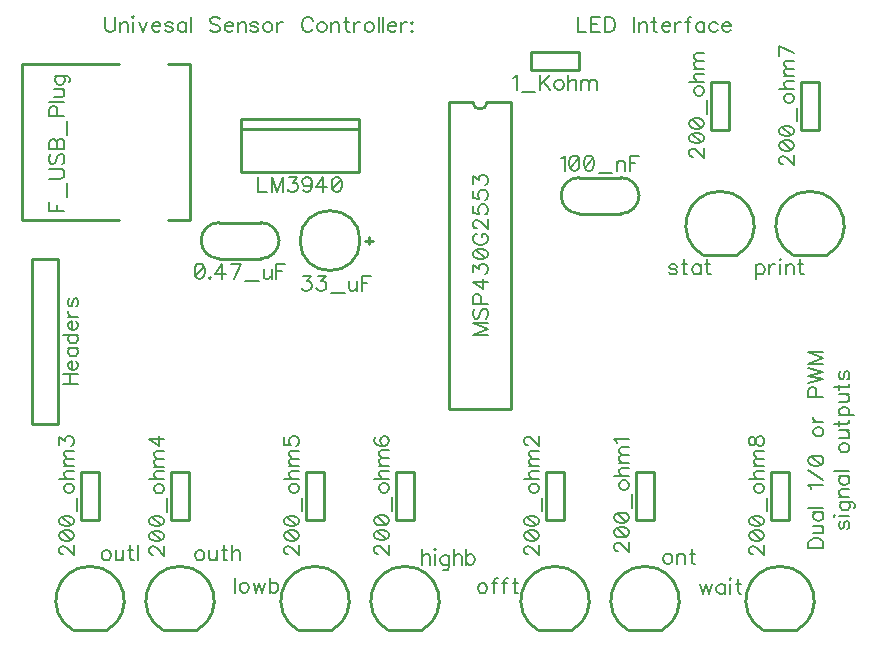
<source format=gto>
G04 DipTrace 3.2.0.1*
G04 TopSilk.gto*
%MOIN*%
G04 #@! TF.FileFunction,Legend,Top*
G04 #@! TF.Part,Single*
%ADD10C,0.009843*%
%ADD59C,0.00772*%
%FSLAX26Y26*%
G04*
G70*
G90*
G75*
G01*
G04 TopSilk*
%LPD*%
X1123761Y1733701D2*
D10*
X1263641D1*
X1123761Y1853701D2*
X1263641D1*
Y1733701D2*
G03X1263641Y1853701I60J60000D01*
G01*
X1123761D2*
G03X1123761Y1733701I-60J-60000D01*
G01*
X2463641Y2003701D2*
X2323761D1*
X2463641Y1883701D2*
X2323761D1*
Y2003701D2*
G03X2323761Y1883701I-60J-60000D01*
G01*
X2463641D2*
G03X2463641Y2003701I60J60000D01*
G01*
X2163551Y2423701D2*
Y2363701D1*
X2323851Y2423701D2*
X2163551D1*
X2323851D2*
Y2363701D1*
X2163551D1*
X2823701Y2323851D2*
X2763701D1*
X2823701Y2163551D2*
Y2323851D1*
Y2163551D2*
X2763701D1*
Y2323851D1*
X2573701Y1023851D2*
X2513701D1*
X2573701Y863551D2*
Y1023851D1*
Y863551D2*
X2513701D1*
Y1023851D1*
X2273701D2*
X2213701D1*
X2273701Y863551D2*
Y1023851D1*
Y863551D2*
X2213701D1*
Y1023851D1*
X723701D2*
X663701D1*
X723701Y863551D2*
Y1023851D1*
Y863551D2*
X663701D1*
Y1023851D1*
X1023701D2*
X963701D1*
X1023701Y863551D2*
Y1023851D1*
Y863551D2*
X963701D1*
Y1023851D1*
X1473701D2*
X1413701D1*
X1473701Y863551D2*
Y1023851D1*
Y863551D2*
X1413701D1*
Y1023851D1*
X1773701D2*
X1713701D1*
X1773701Y863551D2*
Y1023851D1*
Y863551D2*
X1713701D1*
Y1023851D1*
X3123701Y2323851D2*
X3063701D1*
X3123701Y2163551D2*
Y2323851D1*
Y2163551D2*
X3063701D1*
Y2323851D1*
X3023701Y1023851D2*
X2963701D1*
X3023701Y863551D2*
Y1023851D1*
Y863551D2*
X2963701D1*
Y1023851D1*
X1623582Y1805521D2*
Y1781881D1*
X1635401Y1793701D2*
X1611787D1*
X1393707D2*
G02X1393707Y1793701I99965J0D01*
G01*
X468176Y2381325D2*
Y1861588D1*
Y2381325D2*
X791432D1*
X955189D2*
X1028412D1*
Y1861588D1*
X955189D1*
X791432D2*
X468176D1*
X587008Y1733071D2*
Y1181890D1*
X500394Y1733071D2*
Y1181890D1*
X587008Y1733071D2*
X500394D1*
X587008Y1181890D2*
X500394D1*
X1800930Y495276D2*
X1686472D1*
G02X1800930Y495276I57229J98597D01*
G01*
X1196850Y2200000D2*
X1590551D1*
Y2022835D1*
X1196850D1*
Y2200000D1*
Y2164567D2*
X1590551D1*
X1500930Y495276D2*
X1386472D1*
G02X1500930Y495276I57229J98597D01*
G01*
X2096067Y2255512D2*
Y1231890D1*
X1891334D2*
X2096067D1*
X1891334Y2255512D2*
Y1231890D1*
Y2255512D2*
X1970075D1*
X2096067D2*
X2017327D1*
X1970075D2*
G03X2017327Y2255512I23626J83D01*
G01*
X2300930Y495276D2*
X2186472D1*
G02X2300930Y495276I57229J98597D01*
G01*
X2600930D2*
X2486472D1*
G02X2600930Y495276I57229J98597D01*
G01*
X1050930D2*
X936472D1*
G02X1050930Y495276I57229J98597D01*
G01*
X750930D2*
X636472D1*
G02X750930Y495276I57229J98597D01*
G01*
X3150930Y1745276D2*
X3036472D1*
G02X3150930Y1745276I57229J98597D01*
G01*
X2850930D2*
X2736472D1*
G02X2850930Y1745276I57229J98597D01*
G01*
X3050930Y495276D2*
X2936472D1*
G02X3050930Y495276I57229J98597D01*
G01*
X1056492Y1716687D2*
D59*
X1049307Y1714310D1*
X1044499Y1707125D1*
X1042122Y1695187D1*
Y1688002D1*
X1044499Y1676064D1*
X1049307Y1668879D1*
X1056492Y1666502D1*
X1061245D1*
X1068431Y1668879D1*
X1073184Y1676064D1*
X1075616Y1688002D1*
Y1695187D1*
X1073184Y1707125D1*
X1068431Y1714310D1*
X1061245Y1716687D1*
X1056492D1*
X1073184Y1707125D2*
X1044499Y1676064D1*
X1093431Y1671311D2*
X1091055Y1668879D1*
X1093431Y1666502D1*
X1095863Y1668879D1*
X1093431Y1671311D1*
X1135234Y1666502D2*
Y1716687D1*
X1111303Y1683249D1*
X1147172D1*
X1172173Y1666502D2*
X1196105Y1716687D1*
X1162612D1*
X1211544Y1658212D2*
X1256976D1*
X1272415Y1699995D2*
Y1676064D1*
X1274792Y1668934D1*
X1279600Y1666502D1*
X1286785D1*
X1291538Y1668934D1*
X1298723Y1676064D1*
Y1699995D2*
Y1666502D1*
X1345279Y1716742D2*
X1314163D1*
Y1666502D1*
Y1692810D2*
X1333286D1*
X2264184Y2067307D2*
X2268993Y2069739D1*
X2276178Y2076869D1*
Y2026684D1*
X2305987Y2076869D2*
X2298802Y2074492D1*
X2293994Y2067307D1*
X2291617Y2055369D1*
Y2048184D1*
X2293994Y2036246D1*
X2298802Y2029060D1*
X2305987Y2026684D1*
X2310740D1*
X2317925Y2029060D1*
X2322679Y2036246D1*
X2325110Y2048184D1*
Y2055369D1*
X2322679Y2067307D1*
X2317925Y2074492D1*
X2310740Y2076869D1*
X2305987D1*
X2322679Y2067307D2*
X2293994Y2036246D1*
X2354920Y2076869D2*
X2347735Y2074492D1*
X2342926Y2067307D1*
X2340550Y2055369D1*
Y2048184D1*
X2342926Y2036246D1*
X2347735Y2029060D1*
X2354920Y2026684D1*
X2359673D1*
X2366858Y2029060D1*
X2371611Y2036246D1*
X2374043Y2048184D1*
Y2055369D1*
X2371611Y2067307D1*
X2366858Y2074492D1*
X2359673Y2076869D1*
X2354920D1*
X2371611Y2067307D2*
X2342926Y2036246D1*
X2389482Y2018393D2*
X2434914D1*
X2450353Y2060177D2*
Y2026684D1*
Y2050616D2*
X2457538Y2057801D1*
X2462346Y2060177D1*
X2469476D1*
X2474285Y2057801D1*
X2476661Y2050616D1*
Y2026684D1*
X2523217Y2076924D2*
X2492101D1*
Y2026684D1*
Y2052992D2*
X2511224D1*
X2104595Y2337125D2*
X2109403Y2339557D1*
X2116589Y2346687D1*
Y2296502D1*
X2132028Y2288212D2*
X2177459D1*
X2192899Y2346742D2*
Y2296502D1*
X2226392Y2346742D2*
X2192899Y2313249D1*
X2204837Y2325242D2*
X2226392Y2296502D1*
X2253769Y2329995D2*
X2249016Y2327619D1*
X2244208Y2322810D1*
X2241831Y2315625D1*
Y2310872D1*
X2244208Y2303687D1*
X2249016Y2298934D1*
X2253769Y2296502D1*
X2260954D1*
X2265763Y2298934D1*
X2270516Y2303687D1*
X2272948Y2310872D1*
Y2315625D1*
X2270516Y2322810D1*
X2265763Y2327619D1*
X2260954Y2329995D1*
X2253769D1*
X2288387Y2346742D2*
Y2296502D1*
Y2320434D2*
X2295572Y2327619D1*
X2300381Y2329995D1*
X2307566D1*
X2312319Y2327619D1*
X2314695Y2320434D1*
Y2296502D1*
X2330135Y2329995D2*
Y2296502D1*
Y2320434D2*
X2337320Y2327619D1*
X2342128Y2329995D1*
X2349258D1*
X2354066Y2327619D1*
X2356443Y2320434D1*
Y2296502D1*
Y2320434D2*
X2363628Y2327619D1*
X2368436Y2329995D1*
X2375566D1*
X2380375Y2327619D1*
X2382807Y2320434D1*
Y2296502D1*
X2702471Y2071811D2*
X2700095D1*
X2695286Y2074187D1*
X2692910Y2076564D1*
X2690533Y2081372D1*
Y2090934D1*
X2692910Y2095687D1*
X2695286Y2098064D1*
X2700095Y2100496D1*
X2704848D1*
X2709656Y2098064D1*
X2716786Y2093311D1*
X2740718Y2069379D1*
Y2102872D1*
X2690533Y2132682D2*
X2692910Y2125497D1*
X2700095Y2120688D1*
X2712033Y2118311D1*
X2719218D1*
X2731156Y2120688D1*
X2738341Y2125496D1*
X2740718Y2132681D1*
Y2137435D1*
X2738341Y2144620D1*
X2731156Y2149373D1*
X2719218Y2151805D1*
X2712033D1*
X2700095Y2149373D1*
X2692910Y2144620D1*
X2690533Y2137435D1*
Y2132682D1*
X2700095Y2149373D2*
X2731156Y2120688D1*
X2690533Y2181614D2*
X2692910Y2174429D1*
X2700095Y2169621D1*
X2712033Y2167244D1*
X2719218D1*
X2731156Y2169621D1*
X2738341Y2174429D1*
X2740718Y2181614D1*
Y2186367D1*
X2738341Y2193552D1*
X2731156Y2198305D1*
X2719218Y2200737D1*
X2712033D1*
X2700095Y2198305D1*
X2692910Y2193552D1*
X2690533Y2186367D1*
Y2181614D1*
X2700095Y2198305D2*
X2731156Y2169621D1*
X2749008Y2216177D2*
Y2261608D1*
X2707224Y2288986D2*
X2709601Y2284232D1*
X2714409Y2279424D1*
X2721594Y2277047D1*
X2726348D1*
X2733533Y2279424D1*
X2738286Y2284232D1*
X2740718Y2288986D1*
Y2296171D1*
X2738286Y2300979D1*
X2733533Y2305732D1*
X2726348Y2308164D1*
X2721594D1*
X2714409Y2305732D1*
X2709601Y2300979D1*
X2707224Y2296171D1*
Y2288986D1*
X2690478Y2323603D2*
X2740718D1*
X2716786D2*
X2709601Y2330788D1*
X2707224Y2335597D1*
Y2342782D1*
X2709601Y2347535D1*
X2716786Y2349912D1*
X2740718D1*
X2707224Y2365351D2*
X2740718D1*
X2716786D2*
X2709601Y2372536D1*
X2707224Y2377344D1*
Y2384474D1*
X2709601Y2389283D1*
X2716786Y2391659D1*
X2740718D1*
X2716786D2*
X2709601Y2398844D1*
X2707224Y2403653D1*
Y2410782D1*
X2709601Y2415591D1*
X2716786Y2418023D1*
X2740718D1*
X2452471Y758094D2*
X2450095D1*
X2445286Y760471D1*
X2442910Y762848D1*
X2440533Y767656D1*
Y777218D1*
X2442910Y781971D1*
X2445286Y784347D1*
X2450095Y786779D1*
X2454848D1*
X2459656Y784347D1*
X2466786Y779594D1*
X2490718Y755663D1*
Y789156D1*
X2440533Y818965D2*
X2442910Y811780D1*
X2450095Y806972D1*
X2462033Y804595D1*
X2469218D1*
X2481156Y806972D1*
X2488341Y811780D1*
X2490718Y818965D1*
Y823718D1*
X2488341Y830903D1*
X2481156Y835657D1*
X2469218Y838088D1*
X2462033D1*
X2450095Y835657D1*
X2442910Y830903D1*
X2440533Y823718D1*
Y818965D1*
X2450095Y835657D2*
X2481156Y806972D1*
X2440533Y867898D2*
X2442910Y860713D1*
X2450095Y855904D1*
X2462033Y853528D1*
X2469218D1*
X2481156Y855904D1*
X2488341Y860713D1*
X2490718Y867898D1*
Y872651D1*
X2488341Y879836D1*
X2481156Y884589D1*
X2469218Y887021D1*
X2462033D1*
X2450095Y884589D1*
X2442910Y879836D1*
X2440533Y872651D1*
Y867898D1*
X2450095Y884589D2*
X2481156Y855904D1*
X2499008Y902460D2*
Y947892D1*
X2457224Y975269D2*
X2459601Y970516D1*
X2464409Y965708D1*
X2471594Y963331D1*
X2476348D1*
X2483533Y965708D1*
X2488286Y970516D1*
X2490718Y975269D1*
Y982454D1*
X2488286Y987263D1*
X2483533Y992016D1*
X2476348Y994448D1*
X2471594D1*
X2464409Y992016D1*
X2459601Y987263D1*
X2457224Y982454D1*
Y975269D1*
X2440478Y1009887D2*
X2490718D1*
X2466786D2*
X2459601Y1017072D1*
X2457224Y1021880D1*
Y1029066D1*
X2459601Y1033819D1*
X2466786Y1036195D1*
X2490718D1*
X2457224Y1051635D2*
X2490718D1*
X2466786D2*
X2459601Y1058820D1*
X2457224Y1063628D1*
Y1070758D1*
X2459601Y1075566D1*
X2466786Y1077943D1*
X2490718D1*
X2466786D2*
X2459601Y1085128D1*
X2457224Y1089936D1*
Y1097066D1*
X2459601Y1101875D1*
X2466786Y1104306D1*
X2490718D1*
X2450095Y1119746D2*
X2447663Y1124554D1*
X2440533Y1131739D1*
X2490718D1*
X2152471Y747345D2*
X2150095D1*
X2145286Y749721D1*
X2142910Y752098D1*
X2140533Y756906D1*
Y766468D1*
X2142910Y771221D1*
X2145286Y773598D1*
X2150095Y776029D1*
X2154848D1*
X2159656Y773598D1*
X2166786Y768844D1*
X2190718Y744913D1*
Y778406D1*
X2140533Y808215D2*
X2142910Y801030D1*
X2150095Y796222D1*
X2162033Y793845D1*
X2169218D1*
X2181156Y796222D1*
X2188341Y801030D1*
X2190718Y808215D1*
Y812968D1*
X2188341Y820153D1*
X2181156Y824907D1*
X2169218Y827338D1*
X2162033D1*
X2150095Y824907D1*
X2142910Y820153D1*
X2140533Y812968D1*
Y808215D1*
X2150095Y824907D2*
X2181156Y796222D1*
X2140533Y857148D2*
X2142910Y849963D1*
X2150095Y845154D1*
X2162033Y842778D1*
X2169218D1*
X2181156Y845154D1*
X2188341Y849963D1*
X2190718Y857148D1*
Y861901D1*
X2188341Y869086D1*
X2181156Y873839D1*
X2169218Y876271D1*
X2162033D1*
X2150095Y873839D1*
X2142910Y869086D1*
X2140533Y861901D1*
Y857148D1*
X2150095Y873839D2*
X2181156Y845154D1*
X2199008Y891710D2*
Y937142D1*
X2157224Y964519D2*
X2159601Y959766D1*
X2164409Y954958D1*
X2171594Y952581D1*
X2176348D1*
X2183533Y954958D1*
X2188286Y959766D1*
X2190718Y964519D1*
Y971704D1*
X2188286Y976513D1*
X2183533Y981266D1*
X2176348Y983698D1*
X2171594D1*
X2164409Y981266D1*
X2159601Y976513D1*
X2157224Y971704D1*
Y964519D1*
X2140478Y999137D2*
X2190718D1*
X2166786D2*
X2159601Y1006322D1*
X2157224Y1011131D1*
Y1018316D1*
X2159601Y1023069D1*
X2166786Y1025445D1*
X2190718D1*
X2157224Y1040885D2*
X2190718D1*
X2166786D2*
X2159601Y1048070D1*
X2157224Y1052878D1*
Y1060008D1*
X2159601Y1064816D1*
X2166786Y1067193D1*
X2190718D1*
X2166786D2*
X2159601Y1074378D1*
X2157224Y1079186D1*
Y1086316D1*
X2159601Y1091125D1*
X2166786Y1093556D1*
X2190718D1*
X2152471Y1111428D2*
X2150095D1*
X2145286Y1113804D1*
X2142910Y1116181D1*
X2140533Y1120989D1*
Y1130551D1*
X2142910Y1135304D1*
X2145286Y1137681D1*
X2150095Y1140112D1*
X2154848D1*
X2159656Y1137681D1*
X2166786Y1132927D1*
X2190718Y1108996D1*
Y1142489D1*
X602471Y747345D2*
X600095D1*
X595286Y749721D1*
X592910Y752098D1*
X590533Y756906D1*
Y766468D1*
X592910Y771221D1*
X595286Y773598D1*
X600095Y776029D1*
X604848D1*
X609656Y773598D1*
X616786Y768844D1*
X640718Y744913D1*
Y778406D1*
X590533Y808215D2*
X592910Y801030D1*
X600095Y796222D1*
X612033Y793845D1*
X619218D1*
X631156Y796222D1*
X638341Y801030D1*
X640718Y808215D1*
Y812968D1*
X638341Y820153D1*
X631156Y824907D1*
X619218Y827338D1*
X612033D1*
X600095Y824907D1*
X592910Y820153D1*
X590533Y812968D1*
Y808215D1*
X600095Y824907D2*
X631156Y796222D1*
X590533Y857148D2*
X592910Y849963D1*
X600095Y845154D1*
X612033Y842778D1*
X619218D1*
X631156Y845154D1*
X638341Y849963D1*
X640718Y857148D1*
Y861901D1*
X638341Y869086D1*
X631156Y873839D1*
X619218Y876271D1*
X612033D1*
X600095Y873839D1*
X592910Y869086D1*
X590533Y861901D1*
Y857148D1*
X600095Y873839D2*
X631156Y845154D1*
X649008Y891710D2*
Y937142D1*
X607224Y964519D2*
X609601Y959766D1*
X614409Y954958D1*
X621594Y952581D1*
X626348D1*
X633533Y954958D1*
X638286Y959766D1*
X640718Y964519D1*
Y971704D1*
X638286Y976513D1*
X633533Y981266D1*
X626348Y983698D1*
X621594D1*
X614409Y981266D1*
X609601Y976513D1*
X607224Y971704D1*
Y964519D1*
X590478Y999137D2*
X640718D1*
X616786D2*
X609601Y1006322D1*
X607224Y1011131D1*
Y1018316D1*
X609601Y1023069D1*
X616786Y1025445D1*
X640718D1*
X607224Y1040885D2*
X640718D1*
X616786D2*
X609601Y1048070D1*
X607224Y1052878D1*
Y1060008D1*
X609601Y1064816D1*
X616786Y1067193D1*
X640718D1*
X616786D2*
X609601Y1074378D1*
X607224Y1079186D1*
Y1086316D1*
X609601Y1091125D1*
X616786Y1093556D1*
X640718D1*
X590533Y1113804D2*
Y1140057D1*
X609656Y1125742D1*
Y1132927D1*
X612033Y1137681D1*
X614409Y1140057D1*
X621594Y1142489D1*
X626348D1*
X633533Y1140057D1*
X638341Y1135304D1*
X640718Y1128119D1*
Y1120934D1*
X638341Y1113804D1*
X635909Y1111428D1*
X631156Y1108996D1*
X902471Y746156D2*
X900095D1*
X895286Y748533D1*
X892910Y750909D1*
X890533Y755718D1*
Y765279D1*
X892910Y770033D1*
X895286Y772409D1*
X900095Y774841D1*
X904848D1*
X909656Y772409D1*
X916786Y767656D1*
X940718Y743724D1*
Y777218D1*
X890533Y807027D2*
X892910Y799842D1*
X900095Y795033D1*
X912033Y792657D1*
X919218D1*
X931156Y795033D1*
X938341Y799842D1*
X940718Y807027D1*
Y811780D1*
X938341Y818965D1*
X931156Y823718D1*
X919218Y826150D1*
X912033D1*
X900095Y823718D1*
X892910Y818965D1*
X890533Y811780D1*
Y807027D1*
X900095Y823718D2*
X931156Y795033D1*
X890533Y855960D2*
X892910Y848774D1*
X900095Y843966D1*
X912033Y841589D1*
X919218D1*
X931156Y843966D1*
X938341Y848774D1*
X940718Y855959D1*
Y860713D1*
X938341Y867898D1*
X931156Y872651D1*
X919218Y875083D1*
X912033D1*
X900095Y872651D1*
X892910Y867898D1*
X890533Y860713D1*
Y855960D1*
X900095Y872651D2*
X931156Y843966D1*
X949008Y890522D2*
Y935954D1*
X907224Y963331D2*
X909601Y958578D1*
X914409Y953769D1*
X921594Y951393D1*
X926348D1*
X933533Y953769D1*
X938286Y958578D1*
X940718Y963331D1*
Y970516D1*
X938286Y975324D1*
X933533Y980078D1*
X926348Y982510D1*
X921594D1*
X914409Y980078D1*
X909601Y975324D1*
X907224Y970516D1*
Y963331D1*
X890478Y997949D2*
X940718D1*
X916786D2*
X909601Y1005134D1*
X907224Y1009942D1*
Y1017127D1*
X909601Y1021880D1*
X916786Y1024257D1*
X940718D1*
X907224Y1039696D2*
X940718D1*
X916786D2*
X909601Y1046881D1*
X907224Y1051690D1*
Y1058820D1*
X909601Y1063628D1*
X916786Y1066005D1*
X940718D1*
X916786D2*
X909601Y1073190D1*
X907224Y1077998D1*
Y1085128D1*
X909601Y1089936D1*
X916786Y1092368D1*
X940718D1*
Y1131739D2*
X890533D1*
X923971Y1107807D1*
Y1143677D1*
X1352471Y747345D2*
X1350095D1*
X1345286Y749721D1*
X1342910Y752098D1*
X1340533Y756906D1*
Y766468D1*
X1342910Y771221D1*
X1345286Y773598D1*
X1350095Y776029D1*
X1354848D1*
X1359656Y773598D1*
X1366786Y768844D1*
X1390718Y744913D1*
Y778406D1*
X1340533Y808215D2*
X1342910Y801030D1*
X1350095Y796222D1*
X1362033Y793845D1*
X1369218D1*
X1381156Y796222D1*
X1388341Y801030D1*
X1390718Y808215D1*
Y812968D1*
X1388341Y820153D1*
X1381156Y824907D1*
X1369218Y827338D1*
X1362033D1*
X1350095Y824907D1*
X1342910Y820153D1*
X1340533Y812968D1*
Y808215D1*
X1350095Y824907D2*
X1381156Y796222D1*
X1340533Y857148D2*
X1342910Y849963D1*
X1350095Y845154D1*
X1362033Y842778D1*
X1369218D1*
X1381156Y845154D1*
X1388341Y849963D1*
X1390718Y857148D1*
Y861901D1*
X1388341Y869086D1*
X1381156Y873839D1*
X1369218Y876271D1*
X1362033D1*
X1350095Y873839D1*
X1342910Y869086D1*
X1340533Y861901D1*
Y857148D1*
X1350095Y873839D2*
X1381156Y845154D1*
X1399008Y891710D2*
Y937142D1*
X1357224Y964519D2*
X1359601Y959766D1*
X1364409Y954958D1*
X1371594Y952581D1*
X1376348D1*
X1383533Y954958D1*
X1388286Y959766D1*
X1390718Y964519D1*
Y971704D1*
X1388286Y976513D1*
X1383533Y981266D1*
X1376348Y983698D1*
X1371594D1*
X1364409Y981266D1*
X1359601Y976513D1*
X1357224Y971704D1*
Y964519D1*
X1340478Y999137D2*
X1390718D1*
X1366786D2*
X1359601Y1006322D1*
X1357224Y1011131D1*
Y1018316D1*
X1359601Y1023069D1*
X1366786Y1025445D1*
X1390718D1*
X1357224Y1040885D2*
X1390718D1*
X1366786D2*
X1359601Y1048070D1*
X1357224Y1052878D1*
Y1060008D1*
X1359601Y1064816D1*
X1366786Y1067193D1*
X1390718D1*
X1366786D2*
X1359601Y1074378D1*
X1357224Y1079186D1*
Y1086316D1*
X1359601Y1091125D1*
X1366786Y1093556D1*
X1390718D1*
X1340533Y1137681D2*
Y1113804D1*
X1362033Y1111428D1*
X1359656Y1113804D1*
X1357224Y1120989D1*
Y1128119D1*
X1359656Y1135304D1*
X1364409Y1140112D1*
X1371594Y1142489D1*
X1376348D1*
X1383533Y1140112D1*
X1388341Y1135304D1*
X1390718Y1128119D1*
Y1120989D1*
X1388341Y1113804D1*
X1385909Y1111428D1*
X1381156Y1108996D1*
X1652471Y748560D2*
X1650095D1*
X1645286Y750937D1*
X1642910Y753314D1*
X1640533Y758122D1*
Y767684D1*
X1642910Y772437D1*
X1645286Y774813D1*
X1650095Y777245D1*
X1654848D1*
X1659656Y774813D1*
X1666786Y770060D1*
X1690718Y746129D1*
Y779622D1*
X1640533Y809431D2*
X1642910Y802246D1*
X1650095Y797438D1*
X1662033Y795061D1*
X1669218D1*
X1681156Y797438D1*
X1688341Y802246D1*
X1690718Y809431D1*
Y814184D1*
X1688341Y821369D1*
X1681156Y826123D1*
X1669218Y828554D1*
X1662033D1*
X1650095Y826123D1*
X1642910Y821369D1*
X1640533Y814184D1*
Y809431D1*
X1650095Y826123D2*
X1681156Y797438D1*
X1640533Y858364D2*
X1642910Y851179D1*
X1650095Y846370D1*
X1662033Y843994D1*
X1669218D1*
X1681156Y846370D1*
X1688341Y851179D1*
X1690718Y858364D1*
Y863117D1*
X1688341Y870302D1*
X1681156Y875055D1*
X1669218Y877487D1*
X1662033D1*
X1650095Y875055D1*
X1642910Y870302D1*
X1640533Y863117D1*
Y858364D1*
X1650095Y875055D2*
X1681156Y846370D1*
X1699008Y892926D2*
Y938358D1*
X1657224Y965735D2*
X1659601Y960982D1*
X1664409Y956174D1*
X1671594Y953797D1*
X1676348D1*
X1683533Y956174D1*
X1688286Y960982D1*
X1690718Y965735D1*
Y972920D1*
X1688286Y977729D1*
X1683533Y982482D1*
X1676348Y984914D1*
X1671594D1*
X1664409Y982482D1*
X1659601Y977729D1*
X1657224Y972920D1*
Y965735D1*
X1640478Y1000353D2*
X1690718D1*
X1666786D2*
X1659601Y1007538D1*
X1657224Y1012346D1*
Y1019532D1*
X1659601Y1024285D1*
X1666786Y1026661D1*
X1690718D1*
X1657224Y1042101D2*
X1690718D1*
X1666786D2*
X1659601Y1049286D1*
X1657224Y1054094D1*
Y1061224D1*
X1659601Y1066032D1*
X1666786Y1068409D1*
X1690718D1*
X1666786D2*
X1659601Y1075594D1*
X1657224Y1080402D1*
Y1087532D1*
X1659601Y1092341D1*
X1666786Y1094772D1*
X1690718D1*
X1647663Y1138897D2*
X1642910Y1136520D1*
X1640533Y1129335D1*
Y1124582D1*
X1642910Y1117397D1*
X1650095Y1112588D1*
X1662033Y1110212D1*
X1673971D1*
X1683533Y1112588D1*
X1688341Y1117397D1*
X1690718Y1124582D1*
Y1126958D1*
X1688341Y1134088D1*
X1683533Y1138897D1*
X1676348Y1141273D1*
X1673971D1*
X1666786Y1138897D1*
X1662033Y1134088D1*
X1659656Y1126958D1*
Y1124582D1*
X1662033Y1117397D1*
X1666786Y1112588D1*
X1673971Y1110212D1*
X3002471Y2047345D2*
X3000095D1*
X2995286Y2049721D1*
X2992910Y2052098D1*
X2990533Y2056906D1*
Y2066468D1*
X2992910Y2071221D1*
X2995286Y2073598D1*
X3000095Y2076029D1*
X3004848D1*
X3009656Y2073598D1*
X3016786Y2068844D1*
X3040718Y2044913D1*
Y2078406D1*
X2990533Y2108215D2*
X2992910Y2101030D1*
X3000095Y2096222D1*
X3012033Y2093845D1*
X3019218D1*
X3031156Y2096222D1*
X3038341Y2101030D1*
X3040718Y2108215D1*
Y2112968D1*
X3038341Y2120153D1*
X3031156Y2124907D1*
X3019218Y2127338D1*
X3012033D1*
X3000095Y2124907D1*
X2992910Y2120153D1*
X2990533Y2112968D1*
Y2108215D1*
X3000095Y2124907D2*
X3031156Y2096222D1*
X2990533Y2157148D2*
X2992910Y2149963D1*
X3000095Y2145154D1*
X3012033Y2142778D1*
X3019218D1*
X3031156Y2145154D1*
X3038341Y2149963D1*
X3040718Y2157148D1*
Y2161901D1*
X3038341Y2169086D1*
X3031156Y2173839D1*
X3019218Y2176271D1*
X3012033D1*
X3000095Y2173839D1*
X2992910Y2169086D1*
X2990533Y2161901D1*
Y2157148D1*
X3000095Y2173839D2*
X3031156Y2145154D1*
X3049008Y2191710D2*
Y2237142D1*
X3007224Y2264519D2*
X3009601Y2259766D1*
X3014409Y2254958D1*
X3021594Y2252581D1*
X3026348D1*
X3033533Y2254958D1*
X3038286Y2259766D1*
X3040718Y2264519D1*
Y2271704D1*
X3038286Y2276513D1*
X3033533Y2281266D1*
X3026348Y2283698D1*
X3021594D1*
X3014409Y2281266D1*
X3009601Y2276513D1*
X3007224Y2271704D1*
Y2264519D1*
X2990478Y2299137D2*
X3040718D1*
X3016786D2*
X3009601Y2306322D1*
X3007224Y2311131D1*
Y2318316D1*
X3009601Y2323069D1*
X3016786Y2325445D1*
X3040718D1*
X3007224Y2340885D2*
X3040718D1*
X3016786D2*
X3009601Y2348070D1*
X3007224Y2352878D1*
Y2360008D1*
X3009601Y2364816D1*
X3016786Y2367193D1*
X3040718D1*
X3016786D2*
X3009601Y2374378D1*
X3007224Y2379186D1*
Y2386316D1*
X3009601Y2391125D1*
X3016786Y2393556D1*
X3040718D1*
Y2418557D2*
X2990533Y2442489D1*
Y2408996D1*
X2902471Y747372D2*
X2900095D1*
X2895286Y749749D1*
X2892910Y752125D1*
X2890533Y756934D1*
Y766495D1*
X2892910Y771249D1*
X2895286Y773625D1*
X2900095Y776057D1*
X2904848D1*
X2909656Y773625D1*
X2916786Y768872D1*
X2940718Y744940D1*
Y778434D1*
X2890533Y808243D2*
X2892910Y801058D1*
X2900095Y796249D1*
X2912033Y793873D1*
X2919218D1*
X2931156Y796249D1*
X2938341Y801058D1*
X2940718Y808243D1*
Y812996D1*
X2938341Y820181D1*
X2931156Y824934D1*
X2919218Y827366D1*
X2912033D1*
X2900095Y824934D1*
X2892910Y820181D1*
X2890533Y812996D1*
Y808243D1*
X2900095Y824934D2*
X2931156Y796249D1*
X2890533Y857175D2*
X2892910Y849990D1*
X2900095Y845182D1*
X2912033Y842805D1*
X2919218D1*
X2931156Y845182D1*
X2938341Y849990D1*
X2940718Y857175D1*
Y861929D1*
X2938341Y869114D1*
X2931156Y873867D1*
X2919218Y876299D1*
X2912033D1*
X2900095Y873867D1*
X2892910Y869114D1*
X2890533Y861929D1*
Y857175D1*
X2900095Y873867D2*
X2931156Y845182D1*
X2949008Y891738D2*
Y937169D1*
X2907224Y964547D2*
X2909601Y959794D1*
X2914409Y954985D1*
X2921594Y952609D1*
X2926348D1*
X2933533Y954985D1*
X2938286Y959794D1*
X2940718Y964547D1*
Y971732D1*
X2938286Y976540D1*
X2933533Y981294D1*
X2926348Y983725D1*
X2921594D1*
X2914409Y981294D1*
X2909601Y976540D1*
X2907224Y971732D1*
Y964547D1*
X2890478Y999165D2*
X2940718D1*
X2916786D2*
X2909601Y1006350D1*
X2907224Y1011158D1*
Y1018343D1*
X2909601Y1023096D1*
X2916786Y1025473D1*
X2940718D1*
X2907224Y1040912D2*
X2940718D1*
X2916786D2*
X2909601Y1048097D1*
X2907224Y1052906D1*
Y1060036D1*
X2909601Y1064844D1*
X2916786Y1067221D1*
X2940718D1*
X2916786D2*
X2909601Y1074406D1*
X2907224Y1079214D1*
Y1086344D1*
X2909601Y1091152D1*
X2916786Y1093584D1*
X2940718D1*
X2890533Y1120962D2*
X2892910Y1113832D1*
X2897663Y1111400D1*
X2902471D1*
X2907224Y1113832D1*
X2909656Y1118585D1*
X2912033Y1128147D1*
X2914409Y1135332D1*
X2919218Y1140085D1*
X2923971Y1142461D1*
X2931156D1*
X2935909Y1140085D1*
X2938341Y1137708D1*
X2940718Y1130523D1*
Y1120962D1*
X2938341Y1113832D1*
X2935909Y1111400D1*
X2931156Y1109023D1*
X2923971D1*
X2919218Y1111400D1*
X2914409Y1116208D1*
X2912033Y1123338D1*
X2909656Y1132900D1*
X2907224Y1137708D1*
X2902471Y1140085D1*
X2897663D1*
X2892910Y1137708D1*
X2890533Y1130523D1*
Y1120962D1*
X1403562Y1676687D2*
X1429815D1*
X1415500Y1657564D1*
X1422685D1*
X1427439Y1655187D1*
X1429815Y1652810D1*
X1432247Y1645625D1*
Y1640872D1*
X1429815Y1633687D1*
X1425062Y1628879D1*
X1417877Y1626502D1*
X1410692D1*
X1403562Y1628879D1*
X1401186Y1631311D1*
X1398754Y1636064D1*
X1452495Y1676687D2*
X1478748D1*
X1464433Y1657564D1*
X1471618D1*
X1476371Y1655187D1*
X1478748Y1652810D1*
X1481180Y1645625D1*
Y1640872D1*
X1478748Y1633687D1*
X1473995Y1628879D1*
X1466810Y1626502D1*
X1459624D1*
X1452495Y1628879D1*
X1450118Y1631311D1*
X1447686Y1636064D1*
X1496619Y1618212D2*
X1542050D1*
X1557490Y1659995D2*
Y1636064D1*
X1559866Y1628934D1*
X1564675Y1626502D1*
X1571860D1*
X1576613Y1628934D1*
X1583798Y1636064D1*
Y1659995D2*
Y1626502D1*
X1630354Y1676742D2*
X1599237D1*
Y1626502D1*
Y1652810D2*
X1618360D1*
X558046Y1923452D2*
Y1892335D1*
X608286D1*
X581978D2*
Y1911458D1*
X616576Y1938891D2*
Y1984323D1*
X558046Y1999762D2*
X593916D1*
X601101Y2002138D1*
X605854Y2006947D1*
X608286Y2014132D1*
Y2018885D1*
X605854Y2026070D1*
X601101Y2030879D1*
X593916Y2033255D1*
X558046D1*
X565231Y2082188D2*
X560423Y2077435D1*
X558046Y2070249D1*
Y2060688D1*
X560423Y2053503D1*
X565231Y2048694D1*
X569984D1*
X574793Y2051126D1*
X577169Y2053503D1*
X579546Y2058256D1*
X584354Y2072626D1*
X586731Y2077435D1*
X589163Y2079811D1*
X593916Y2082188D1*
X601101D1*
X605854Y2077435D1*
X608286Y2070249D1*
Y2060688D1*
X605854Y2053503D1*
X601101Y2048694D1*
X558046Y2097627D2*
X608286D1*
Y2119182D1*
X605854Y2126367D1*
X603478Y2128744D1*
X598724Y2131120D1*
X591539D1*
X586731Y2128744D1*
X584354Y2126367D1*
X581978Y2119182D1*
X579546Y2126367D1*
X577169Y2128744D1*
X572416Y2131120D1*
X567608D1*
X562854Y2128744D1*
X560423Y2126367D1*
X558046Y2119182D1*
Y2097627D1*
X581978D2*
Y2119182D1*
X616576Y2146560D2*
Y2191991D1*
X584354Y2207430D2*
Y2228985D1*
X581978Y2236115D1*
X579546Y2238547D1*
X574793Y2240924D1*
X567608D1*
X562854Y2238547D1*
X560423Y2236115D1*
X558046Y2228985D1*
Y2207430D1*
X608286D1*
X558046Y2256363D2*
X608286D1*
X574793Y2271802D2*
X598724D1*
X605854Y2274179D1*
X608286Y2278987D1*
Y2286172D1*
X605854Y2290925D1*
X598724Y2298110D1*
X574793D2*
X608286D1*
X577169Y2342235D2*
X615471D1*
X622601Y2339858D1*
X625033Y2337481D1*
X627409Y2332673D1*
Y2325488D1*
X625033Y2320735D1*
X584354Y2342235D2*
X579601Y2337481D1*
X577169Y2332673D1*
Y2325488D1*
X579601Y2320735D1*
X584354Y2315926D1*
X591539Y2313550D1*
X596348D1*
X603478Y2315926D1*
X608286Y2320735D1*
X610663Y2325488D1*
Y2332673D1*
X608286Y2337481D1*
X603478Y2342235D1*
X603967Y1314303D2*
X654207D1*
X603967Y1347796D2*
X654207D1*
X627898Y1314303D2*
Y1347796D1*
X635083Y1363235D2*
Y1391920D1*
X630275D1*
X625466Y1389544D1*
X623090Y1387167D1*
X620713Y1382359D1*
Y1375174D1*
X623090Y1370420D1*
X627898Y1365612D1*
X635083Y1363235D1*
X639837D1*
X647022Y1365612D1*
X651775Y1370420D1*
X654207Y1375174D1*
Y1382359D1*
X651775Y1387167D1*
X647022Y1391920D1*
X620713Y1436044D2*
X654207D1*
X627898D2*
X623090Y1431291D1*
X620713Y1426483D1*
Y1419353D1*
X623090Y1414545D1*
X627898Y1409791D1*
X635083Y1407359D1*
X639837D1*
X647022Y1409791D1*
X651775Y1414544D1*
X654207Y1419353D1*
Y1426483D1*
X651775Y1431291D1*
X647022Y1436044D1*
X603967Y1480168D2*
X654207D1*
X627898D2*
X623090Y1475415D1*
X620713Y1470607D1*
Y1463422D1*
X623090Y1458669D1*
X627898Y1453860D1*
X635083Y1451484D1*
X639837D1*
X647022Y1453860D1*
X651775Y1458669D1*
X654207Y1463422D1*
Y1470607D1*
X651775Y1475415D1*
X647022Y1480168D1*
X635083Y1495608D2*
Y1524293D1*
X630275D1*
X625466Y1521916D1*
X623090Y1519539D1*
X620713Y1514731D1*
Y1507546D1*
X623090Y1502793D1*
X627898Y1497984D1*
X635083Y1495608D1*
X639837D1*
X647022Y1497984D1*
X651775Y1502793D1*
X654207Y1507546D1*
Y1514731D1*
X651775Y1519539D1*
X647022Y1524293D1*
X620713Y1539732D2*
X654207D1*
X635083D2*
X627898Y1542164D1*
X623090Y1546917D1*
X620713Y1551725D1*
Y1558910D1*
X627898Y1600658D2*
X623090Y1598281D1*
X620713Y1591096D1*
Y1583911D1*
X623090Y1576726D1*
X627898Y1574350D1*
X632651Y1576726D1*
X635083Y1581535D1*
X637460Y1593473D1*
X639837Y1598281D1*
X644645Y1600658D1*
X647022D1*
X651775Y1598281D1*
X654207Y1591096D1*
Y1583911D1*
X651775Y1576726D1*
X647022Y1574350D1*
X1799623Y764184D2*
Y713944D1*
Y737876D2*
X1806808Y745061D1*
X1811617Y747438D1*
X1818802D1*
X1823555Y745061D1*
X1825931Y737876D1*
Y713944D1*
X1841371Y764184D2*
X1843747Y761808D1*
X1846179Y764184D1*
X1843747Y766616D1*
X1841371Y764184D1*
X1843747Y747438D2*
Y713944D1*
X1890303Y745061D2*
Y706759D1*
X1887927Y699630D1*
X1885550Y697198D1*
X1880742Y694821D1*
X1873557D1*
X1868803Y697198D1*
X1890303Y737876D2*
X1885550Y742629D1*
X1880742Y745061D1*
X1873557D1*
X1868803Y742629D1*
X1863995Y737876D1*
X1861618Y730691D1*
Y725883D1*
X1863995Y718753D1*
X1868803Y713944D1*
X1873557Y711568D1*
X1880742D1*
X1885550Y713944D1*
X1890303Y718753D1*
X1905742Y764184D2*
Y713944D1*
Y737876D2*
X1912927Y745061D1*
X1917736Y747438D1*
X1924921D1*
X1929674Y745061D1*
X1932051Y737876D1*
Y713944D1*
X1947490Y764184D2*
Y713944D1*
Y740253D2*
X1952298Y745061D1*
X1957052Y747438D1*
X1964237D1*
X1968990Y745061D1*
X1973798Y740253D1*
X1976175Y733068D1*
Y728314D1*
X1973798Y721129D1*
X1968990Y716376D1*
X1964237Y713944D1*
X1957052D1*
X1952298Y716376D1*
X1947490Y721129D1*
X1254650Y2005876D2*
Y1955636D1*
X1283335D1*
X1337021D2*
Y2005876D1*
X1317898Y1955636D1*
X1298774Y2005876D1*
Y1955636D1*
X1357269Y2005821D2*
X1383522D1*
X1369207Y1986697D1*
X1376392D1*
X1381145Y1984321D1*
X1383522Y1981944D1*
X1385954Y1974759D1*
Y1970006D1*
X1383522Y1962821D1*
X1378768Y1958013D1*
X1371583Y1955636D1*
X1364398D1*
X1357269Y1958013D1*
X1354892Y1960444D1*
X1352460Y1965198D1*
X1432510Y1989129D2*
X1430078Y1981944D1*
X1425324Y1977136D1*
X1418139Y1974759D1*
X1415763D1*
X1408578Y1977136D1*
X1403825Y1981944D1*
X1401393Y1989129D1*
Y1991506D1*
X1403825Y1998691D1*
X1408578Y2003444D1*
X1415763Y2005821D1*
X1418139D1*
X1425324Y2003444D1*
X1430078Y1998691D1*
X1432510Y1989129D1*
Y1977136D1*
X1430078Y1965198D1*
X1425324Y1958013D1*
X1418139Y1955636D1*
X1413386D1*
X1406201Y1958013D1*
X1403825Y1962821D1*
X1471880Y1955636D2*
Y2005821D1*
X1447949Y1972383D1*
X1483819D1*
X1513628Y2005821D2*
X1506443Y2003444D1*
X1501635Y1996259D1*
X1499258Y1984321D1*
Y1977136D1*
X1501635Y1965198D1*
X1506443Y1958013D1*
X1513628Y1955636D1*
X1518381D1*
X1525566Y1958013D1*
X1530319Y1965198D1*
X1532751Y1977136D1*
Y1984321D1*
X1530319Y1996259D1*
X1525566Y2003444D1*
X1518381Y2005821D1*
X1513628D1*
X1530319Y1996259D2*
X1501635Y1965198D1*
X1176724Y670582D2*
Y620342D1*
X1204101Y653835D2*
X1199348Y651459D1*
X1194540Y646650D1*
X1192163Y639465D1*
Y634712D1*
X1194540Y627527D1*
X1199348Y622774D1*
X1204101Y620342D1*
X1211286D1*
X1216095Y622774D1*
X1220848Y627527D1*
X1223280Y634712D1*
Y639465D1*
X1220848Y646650D1*
X1216095Y651459D1*
X1211286Y653835D1*
X1204101D1*
X1238719D2*
X1248281Y620342D1*
X1257842Y653835D1*
X1267404Y620342D1*
X1276966Y653835D1*
X1292405Y670582D2*
Y620342D1*
Y646650D2*
X1297213Y651459D1*
X1301967Y653835D1*
X1309152D1*
X1313905Y651459D1*
X1318713Y646650D1*
X1321090Y639465D1*
Y634712D1*
X1318713Y627527D1*
X1313905Y622774D1*
X1309152Y620342D1*
X1301967D1*
X1297213Y622774D1*
X1292405Y627527D1*
X2020492Y1518084D2*
X1970252D1*
X2020492Y1498961D1*
X1970252Y1479837D1*
X2020492D1*
X1977437Y1567016D2*
X1972629Y1562263D1*
X1970252Y1555078D1*
Y1545517D1*
X1972629Y1538332D1*
X1977437Y1533523D1*
X1982190D1*
X1986999Y1535955D1*
X1989375Y1538332D1*
X1991752Y1543085D1*
X1996560Y1557455D1*
X1998937Y1562263D1*
X2001369Y1564640D1*
X2006122Y1567016D1*
X2013307D1*
X2018060Y1562263D1*
X2020492Y1555078D1*
Y1545516D1*
X2018060Y1538331D1*
X2013307Y1533523D1*
X1996560Y1582456D2*
Y1604011D1*
X1994184Y1611140D1*
X1991752Y1613572D1*
X1986999Y1615949D1*
X1979814D1*
X1975060Y1613572D1*
X1972629Y1611140D1*
X1970252Y1604011D1*
Y1582456D1*
X2020492D1*
Y1655320D2*
X1970307D1*
X2003745Y1631388D1*
Y1667258D1*
X1970307Y1687506D2*
Y1713759D1*
X1989431Y1699444D1*
Y1706629D1*
X1991807Y1711382D1*
X1994184Y1713759D1*
X2001369Y1716191D1*
X2006122D1*
X2013307Y1713759D1*
X2018115Y1709006D1*
X2020492Y1701821D1*
Y1694636D1*
X2018115Y1687506D1*
X2015684Y1685129D1*
X2010930Y1682697D1*
X1970307Y1746000D2*
X1972684Y1738815D1*
X1979869Y1734007D1*
X1991807Y1731630D1*
X1998992D1*
X2010930Y1734007D1*
X2018115Y1738815D1*
X2020492Y1746000D1*
Y1750753D1*
X2018115Y1757938D1*
X2010930Y1762691D1*
X1998992Y1765123D1*
X1991807D1*
X1979869Y1762691D1*
X1972684Y1757938D1*
X1970307Y1750753D1*
Y1746000D1*
X1979869Y1762691D2*
X2010930Y1734007D1*
X1982190Y1816432D2*
X1977437Y1814056D1*
X1972629Y1809247D1*
X1970252Y1804494D1*
Y1794933D1*
X1972629Y1790124D1*
X1977437Y1785371D1*
X1982190Y1782939D1*
X1989375Y1780563D1*
X2001369D1*
X2008499Y1782939D1*
X2013307Y1785371D1*
X2018060Y1790124D1*
X2020492Y1794933D1*
Y1804494D1*
X2018060Y1809247D1*
X2013307Y1814056D1*
X2008499Y1816432D1*
X2001369D1*
Y1804494D1*
X1982245Y1834304D2*
X1979869D1*
X1975060Y1836680D1*
X1972684Y1839057D1*
X1970307Y1843865D1*
Y1853427D1*
X1972684Y1858180D1*
X1975060Y1860557D1*
X1979869Y1862988D1*
X1984622D1*
X1989431Y1860557D1*
X1996560Y1855803D1*
X2020492Y1831872D1*
Y1865365D1*
X1970307Y1909489D2*
Y1885613D1*
X1991807Y1883236D1*
X1989431Y1885613D1*
X1986999Y1892798D1*
Y1899928D1*
X1989431Y1907113D1*
X1994184Y1911921D1*
X2001369Y1914298D1*
X2006122D1*
X2013307Y1911921D1*
X2018115Y1907113D1*
X2020492Y1899928D1*
Y1892798D1*
X2018115Y1885613D1*
X2015684Y1883236D1*
X2010930Y1880804D1*
X1970307Y1958422D2*
Y1934545D1*
X1991807Y1932169D1*
X1989431Y1934545D1*
X1986999Y1941730D1*
Y1948860D1*
X1989431Y1956045D1*
X1994184Y1960854D1*
X2001369Y1963230D1*
X2006122D1*
X2013307Y1960854D1*
X2018115Y1956045D1*
X2020492Y1948860D1*
Y1941730D1*
X2018115Y1934545D1*
X2015684Y1932169D1*
X2010930Y1929737D1*
X1970307Y1983478D2*
Y2009731D1*
X1989431Y1995416D1*
Y2002601D1*
X1991807Y2007354D1*
X1994184Y2009731D1*
X2001369Y2012163D1*
X2006122D1*
X2013307Y2009731D1*
X2018115Y2004978D1*
X2020492Y1997793D1*
Y1990608D1*
X2018115Y1983478D1*
X2015684Y1981101D1*
X2010930Y1978669D1*
X1998502Y651305D2*
X1993749Y648929D1*
X1988940Y644120D1*
X1986564Y636935D1*
Y632182D1*
X1988940Y624997D1*
X1993749Y620244D1*
X1998502Y617812D1*
X2005687D1*
X2010495Y620244D1*
X2015249Y624997D1*
X2017680Y632182D1*
Y636935D1*
X2015249Y644120D1*
X2010495Y648929D1*
X2005687Y651305D1*
X1998502D1*
X2052243Y668052D2*
X2047490D1*
X2042681Y665675D1*
X2040305Y658490D1*
Y617812D1*
X2033120Y651305D2*
X2049866D1*
X2086806Y668052D2*
X2082052D1*
X2077244Y665675D1*
X2074867Y658490D1*
Y617812D1*
X2067682Y651305D2*
X2084429D1*
X2109430Y668052D2*
Y627373D1*
X2111806Y620244D1*
X2116615Y617812D1*
X2121368D1*
X2102245Y651305D2*
X2118991D1*
X2615767Y749968D2*
X2611014Y747591D1*
X2606205Y742783D1*
X2603829Y735598D1*
Y730845D1*
X2606205Y723660D1*
X2611014Y718906D1*
X2615767Y716475D1*
X2622952D1*
X2627760Y718906D1*
X2632513Y723660D1*
X2634945Y730845D1*
Y735598D1*
X2632513Y742783D1*
X2627760Y747591D1*
X2622952Y749968D1*
X2615767D1*
X2650385D2*
Y716475D1*
Y740406D2*
X2657570Y747591D1*
X2662378Y749968D1*
X2669508D1*
X2674316Y747591D1*
X2676693Y740406D1*
Y716475D1*
X2699317Y766715D2*
Y726036D1*
X2701694Y718906D1*
X2706502Y716475D1*
X2711255D1*
X2692132Y749968D2*
X2708879D1*
X1055754Y761570D2*
X1051001Y759194D1*
X1046192Y754385D1*
X1043816Y747200D1*
Y742447D1*
X1046192Y735262D1*
X1051001Y730509D1*
X1055754Y728077D1*
X1062939D1*
X1067747Y730509D1*
X1072501Y735262D1*
X1074932Y742447D1*
Y747200D1*
X1072501Y754385D1*
X1067747Y759194D1*
X1062939Y761570D1*
X1055754D1*
X1090372D2*
Y737639D1*
X1092748Y730509D1*
X1097557Y728077D1*
X1104742D1*
X1109495Y730509D1*
X1116680Y737639D1*
Y761570D2*
Y728077D1*
X1139304Y778317D2*
Y737639D1*
X1141681Y730509D1*
X1146489Y728077D1*
X1151243D1*
X1132119Y761570D2*
X1148866D1*
X1166682Y778317D2*
Y728077D1*
Y752009D2*
X1173867Y759194D1*
X1178675Y761570D1*
X1185860D1*
X1190613Y759194D1*
X1192990Y752009D1*
Y728077D1*
X744206Y761570D2*
X739453Y759194D1*
X734644Y754385D1*
X732268Y747200D1*
Y742447D1*
X734644Y735262D1*
X739453Y730509D1*
X744206Y728077D1*
X751391D1*
X756199Y730509D1*
X760953Y735262D1*
X763385Y742447D1*
Y747200D1*
X760953Y754385D1*
X756199Y759194D1*
X751391Y761570D1*
X744206D1*
X778824D2*
Y737639D1*
X781200Y730509D1*
X786009Y728077D1*
X793194D1*
X797947Y730509D1*
X805132Y737639D1*
Y761570D2*
Y728077D1*
X827756Y778317D2*
Y737639D1*
X830133Y730509D1*
X834941Y728077D1*
X839695D1*
X820571Y761570D2*
X837318D1*
X855134Y778317D2*
Y728077D1*
X2913743Y1714350D2*
Y1664110D1*
Y1707165D2*
X2918551Y1711919D1*
X2923305Y1714350D1*
X2930490D1*
X2935298Y1711919D1*
X2940051Y1707165D1*
X2942483Y1699980D1*
Y1695172D1*
X2940051Y1688042D1*
X2935298Y1683234D1*
X2930490Y1680857D1*
X2923305D1*
X2918551Y1683234D1*
X2913743Y1688042D1*
X2957922Y1714350D2*
Y1680857D1*
Y1699980D2*
X2960354Y1707165D1*
X2965107Y1711974D1*
X2969916Y1714350D1*
X2977101D1*
X2992540Y1731097D2*
X2994917Y1728721D1*
X2997349Y1731097D1*
X2994917Y1733529D1*
X2992540Y1731097D1*
X2994917Y1714350D2*
Y1680857D1*
X3012788Y1714350D2*
Y1680857D1*
Y1704789D2*
X3019973Y1711974D1*
X3024781Y1714350D1*
X3031911D1*
X3036720Y1711974D1*
X3039096Y1704789D1*
Y1680857D1*
X3061720Y1731097D2*
Y1690419D1*
X3064097Y1683289D1*
X3068905Y1680857D1*
X3073659D1*
X3054535Y1714350D2*
X3071282D1*
X2650230Y1707165D2*
X2647854Y1711974D1*
X2640669Y1714350D1*
X2633484D1*
X2626299Y1711974D1*
X2623922Y1707165D1*
X2626299Y1702412D1*
X2631107Y1699980D1*
X2643045Y1697604D1*
X2647854Y1695227D1*
X2650230Y1690419D1*
Y1688042D1*
X2647854Y1683289D1*
X2640669Y1680857D1*
X2633484D1*
X2626299Y1683289D1*
X2623922Y1688042D1*
X2672855Y1731097D2*
Y1690419D1*
X2675231Y1683289D1*
X2680040Y1680857D1*
X2684793D1*
X2665670Y1714350D2*
X2682416D1*
X2728917D2*
Y1680857D1*
Y1707165D2*
X2724164Y1711974D1*
X2719355Y1714350D1*
X2712226D1*
X2707417Y1711974D1*
X2702664Y1707165D1*
X2700232Y1699980D1*
Y1695227D1*
X2702664Y1688042D1*
X2707417Y1683289D1*
X2712226Y1680857D1*
X2719355D1*
X2724164Y1683289D1*
X2728917Y1688042D1*
X2751541Y1731097D2*
Y1690419D1*
X2753918Y1683289D1*
X2758726Y1680857D1*
X2763480D1*
X2744356Y1714350D2*
X2761103D1*
X2727786Y648775D2*
X2737348Y615282D1*
X2746909Y648775D1*
X2756471Y615282D1*
X2766033Y648775D1*
X2810157D2*
Y615282D1*
Y641590D2*
X2805404Y646398D1*
X2800595Y648775D1*
X2793465D1*
X2788657Y646398D1*
X2783904Y641590D1*
X2781472Y634405D1*
Y629652D1*
X2783904Y622467D1*
X2788657Y617713D1*
X2793465Y615282D1*
X2800595D1*
X2805404Y617713D1*
X2810157Y622467D1*
X2825596Y665522D2*
X2827973Y663145D1*
X2830405Y665522D1*
X2827973Y667953D1*
X2825596Y665522D1*
X2827973Y648775D2*
Y615282D1*
X2853029Y665522D2*
Y624843D1*
X2855405Y617713D1*
X2860214Y615282D1*
X2864967D1*
X2845844Y648775D2*
X2862590D1*
X744554Y2538766D2*
Y2502896D1*
X746931Y2495711D1*
X751739Y2490958D1*
X758924Y2488526D1*
X763677D1*
X770862Y2490958D1*
X775671Y2495711D1*
X778047Y2502896D1*
Y2538766D1*
X793487Y2522019D2*
Y2488526D1*
Y2512457D2*
X800672Y2519642D1*
X805480Y2522019D1*
X812610D1*
X817418Y2519642D1*
X819795Y2512457D1*
Y2488526D1*
X835234Y2538766D2*
X837611Y2536389D1*
X840043Y2538766D1*
X837611Y2541198D1*
X835234Y2538766D1*
X837611Y2522019D2*
Y2488526D1*
X855482Y2522019D2*
X869852Y2488526D1*
X884167Y2522019D1*
X899606Y2507649D2*
X928291D1*
Y2512457D1*
X925914Y2517266D1*
X923538Y2519642D1*
X918729Y2522019D1*
X911544D1*
X906791Y2519642D1*
X901983Y2514834D1*
X899606Y2507649D1*
Y2502896D1*
X901983Y2495711D1*
X906791Y2490958D1*
X911544Y2488526D1*
X918729D1*
X923538Y2490958D1*
X928291Y2495711D1*
X970038Y2514834D2*
X967662Y2519642D1*
X960477Y2522019D1*
X953292D1*
X946107Y2519642D1*
X943730Y2514834D1*
X946107Y2510081D1*
X950915Y2507649D1*
X962853Y2505272D1*
X967662Y2502896D1*
X970038Y2498087D1*
Y2495711D1*
X967662Y2490958D1*
X960477Y2488526D1*
X953292D1*
X946107Y2490958D1*
X943730Y2495711D1*
X1014163Y2522019D2*
Y2488526D1*
Y2514834D2*
X1009409Y2519642D1*
X1004601Y2522019D1*
X997471D1*
X992663Y2519642D1*
X987910Y2514834D1*
X985478Y2507649D1*
Y2502896D1*
X987910Y2495711D1*
X992663Y2490958D1*
X997471Y2488526D1*
X1004601D1*
X1009409Y2490958D1*
X1014163Y2495711D1*
X1029602Y2538766D2*
Y2488526D1*
X1127135Y2531581D2*
X1122382Y2536389D1*
X1115197Y2538766D1*
X1105636D1*
X1098450Y2536389D1*
X1093642Y2531581D1*
Y2526827D1*
X1096074Y2522019D1*
X1098450Y2519642D1*
X1103204Y2517266D1*
X1117574Y2512457D1*
X1122382Y2510081D1*
X1124759Y2507649D1*
X1127135Y2502896D1*
Y2495711D1*
X1122382Y2490958D1*
X1115197Y2488526D1*
X1105636D1*
X1098450Y2490958D1*
X1093642Y2495711D1*
X1142575Y2507649D2*
X1171259D1*
Y2512457D1*
X1168883Y2517266D1*
X1166506Y2519642D1*
X1161698Y2522019D1*
X1154513D1*
X1149760Y2519642D1*
X1144951Y2514834D1*
X1142575Y2507649D1*
Y2502896D1*
X1144951Y2495711D1*
X1149760Y2490958D1*
X1154513Y2488526D1*
X1161698D1*
X1166506Y2490958D1*
X1171259Y2495711D1*
X1186699Y2522019D2*
Y2488526D1*
Y2512457D2*
X1193884Y2519642D1*
X1198692Y2522019D1*
X1205822D1*
X1210630Y2519642D1*
X1213007Y2512457D1*
Y2488526D1*
X1254755Y2514834D2*
X1252378Y2519642D1*
X1245193Y2522019D1*
X1238008D1*
X1230823Y2519642D1*
X1228446Y2514834D1*
X1230823Y2510081D1*
X1235631Y2507649D1*
X1247570Y2505272D1*
X1252378Y2502896D1*
X1254755Y2498087D1*
Y2495711D1*
X1252378Y2490958D1*
X1245193Y2488526D1*
X1238008D1*
X1230823Y2490958D1*
X1228446Y2495711D1*
X1282132Y2522019D2*
X1277379Y2519642D1*
X1272570Y2514834D1*
X1270194Y2507649D1*
Y2502896D1*
X1272570Y2495711D1*
X1277379Y2490958D1*
X1282132Y2488526D1*
X1289317D1*
X1294126Y2490958D1*
X1298879Y2495711D1*
X1301311Y2502896D1*
Y2507649D1*
X1298879Y2514834D1*
X1294126Y2519642D1*
X1289317Y2522019D1*
X1282132D1*
X1316750D2*
Y2488526D1*
Y2507649D2*
X1319182Y2514834D1*
X1323935Y2519642D1*
X1328743Y2522019D1*
X1335928D1*
X1435838Y2526827D2*
X1433462Y2531581D1*
X1428653Y2536389D1*
X1423900Y2538766D1*
X1414339D1*
X1409530Y2536389D1*
X1404777Y2531581D1*
X1402345Y2526827D1*
X1399969Y2519642D1*
Y2507649D1*
X1402345Y2500519D1*
X1404777Y2495711D1*
X1409530Y2490958D1*
X1414339Y2488526D1*
X1423900D1*
X1428653Y2490958D1*
X1433462Y2495711D1*
X1435838Y2500519D1*
X1463216Y2522019D2*
X1458463Y2519642D1*
X1453654Y2514834D1*
X1451278Y2507649D1*
Y2502896D1*
X1453654Y2495711D1*
X1458463Y2490958D1*
X1463216Y2488526D1*
X1470401D1*
X1475209Y2490958D1*
X1479963Y2495711D1*
X1482394Y2502896D1*
Y2507649D1*
X1479963Y2514834D1*
X1475209Y2519642D1*
X1470401Y2522019D1*
X1463216D1*
X1497834D2*
Y2488526D1*
Y2512457D2*
X1505019Y2519642D1*
X1509827Y2522019D1*
X1516957D1*
X1521765Y2519642D1*
X1524142Y2512457D1*
Y2488526D1*
X1546766Y2538766D2*
Y2498087D1*
X1549143Y2490958D1*
X1553951Y2488526D1*
X1558705D1*
X1539581Y2522019D2*
X1556328D1*
X1574144D2*
Y2488526D1*
Y2507649D2*
X1576576Y2514834D1*
X1581329Y2519642D1*
X1586137Y2522019D1*
X1593322D1*
X1620700D2*
X1615947Y2519642D1*
X1611138Y2514834D1*
X1608762Y2507649D1*
Y2502896D1*
X1611138Y2495711D1*
X1615947Y2490958D1*
X1620700Y2488526D1*
X1627885D1*
X1632693Y2490958D1*
X1637446Y2495711D1*
X1639878Y2502896D1*
Y2507649D1*
X1637446Y2514834D1*
X1632693Y2519642D1*
X1627885Y2522019D1*
X1620700D1*
X1655318Y2538766D2*
Y2488526D1*
X1670757Y2538766D2*
Y2488526D1*
X1686196Y2507649D2*
X1714881D1*
Y2512457D1*
X1712504Y2517266D1*
X1710128Y2519642D1*
X1705319Y2522019D1*
X1698134D1*
X1693381Y2519642D1*
X1688573Y2514834D1*
X1686196Y2507649D1*
Y2502896D1*
X1688573Y2495711D1*
X1693381Y2490958D1*
X1698134Y2488526D1*
X1705319D1*
X1710128Y2490958D1*
X1714881Y2495711D1*
X1730320Y2522019D2*
Y2488526D1*
Y2507649D2*
X1732752Y2514834D1*
X1737505Y2519642D1*
X1742314Y2522019D1*
X1749499D1*
X1767370D2*
X1764938Y2519587D1*
X1767370Y2517211D1*
X1769746Y2519587D1*
X1767370Y2522019D1*
Y2493334D2*
X1764938Y2490902D1*
X1767370Y2488526D1*
X1769746Y2490902D1*
X1767370Y2493334D1*
X2319796Y2538766D2*
Y2488526D1*
X2348481D1*
X2394982Y2538766D2*
X2363920D1*
Y2488526D1*
X2394982D1*
X2363920Y2514834D2*
X2383044D1*
X2410421Y2538766D2*
Y2488526D1*
X2427168D1*
X2434353Y2490958D1*
X2439161Y2495711D1*
X2441538Y2500519D1*
X2443914Y2507649D1*
Y2519642D1*
X2441538Y2526827D1*
X2439161Y2531581D1*
X2434353Y2536389D1*
X2427168Y2538766D1*
X2410421D1*
X2507955D2*
Y2488526D1*
X2523394Y2522019D2*
Y2488526D1*
Y2512457D2*
X2530579Y2519642D1*
X2535387Y2522019D1*
X2542517D1*
X2547326Y2519642D1*
X2549702Y2512457D1*
Y2488526D1*
X2572327Y2538766D2*
Y2498087D1*
X2574703Y2490958D1*
X2579512Y2488526D1*
X2584265D1*
X2565141Y2522019D2*
X2581888D1*
X2599704Y2507649D2*
X2628389D1*
Y2512457D1*
X2626012Y2517266D1*
X2623636Y2519642D1*
X2618827Y2522019D1*
X2611642D1*
X2606889Y2519642D1*
X2602081Y2514834D1*
X2599704Y2507649D1*
Y2502896D1*
X2602081Y2495711D1*
X2606889Y2490958D1*
X2611642Y2488526D1*
X2618827D1*
X2623636Y2490958D1*
X2628389Y2495711D1*
X2643828Y2522019D2*
Y2488526D1*
Y2507649D2*
X2646260Y2514834D1*
X2651013Y2519642D1*
X2655822Y2522019D1*
X2663007D1*
X2697569Y2538766D2*
X2692816D1*
X2688008Y2536389D1*
X2685631Y2529204D1*
Y2488526D1*
X2678446Y2522019D2*
X2695193D1*
X2741693D2*
Y2488526D1*
Y2514834D2*
X2736940Y2519642D1*
X2732132Y2522019D1*
X2725002D1*
X2720193Y2519642D1*
X2715440Y2514834D1*
X2713008Y2507649D1*
Y2502896D1*
X2715440Y2495711D1*
X2720193Y2490958D1*
X2725002Y2488526D1*
X2732132D1*
X2736940Y2490958D1*
X2741693Y2495711D1*
X2785873Y2514834D2*
X2781064Y2519642D1*
X2776256Y2522019D1*
X2769126D1*
X2764318Y2519642D1*
X2759564Y2514834D1*
X2757133Y2507649D1*
Y2502896D1*
X2759564Y2495711D1*
X2764318Y2490958D1*
X2769126Y2488526D1*
X2776256D1*
X2781064Y2490958D1*
X2785873Y2495711D1*
X2801312Y2507649D2*
X2829997D1*
Y2512457D1*
X2827620Y2517266D1*
X2825244Y2519642D1*
X2820435Y2522019D1*
X2813250D1*
X2808497Y2519642D1*
X2803689Y2514834D1*
X2801312Y2507649D1*
Y2502896D1*
X2803689Y2495711D1*
X2808497Y2490958D1*
X2813250Y2488526D1*
X2820435D1*
X2825244Y2490958D1*
X2829997Y2495711D1*
X3088208Y768426D2*
X3138448D1*
Y785172D1*
X3136016Y792357D1*
X3131263Y797166D1*
X3126455Y799542D1*
X3119325Y801919D1*
X3107331D1*
X3100146Y799542D1*
X3095393Y797166D1*
X3090585Y792357D1*
X3088208Y785172D1*
Y768426D1*
X3104955Y817358D2*
X3128886D1*
X3136016Y819735D1*
X3138448Y824543D1*
Y831728D1*
X3136016Y836481D1*
X3128886Y843666D1*
X3104955D2*
X3138448D1*
X3104955Y887790D2*
X3138448D1*
X3112140D2*
X3107331Y883037D1*
X3104955Y878229D1*
Y871099D1*
X3107331Y866291D1*
X3112140Y861537D1*
X3119325Y859106D1*
X3124078D1*
X3131263Y861537D1*
X3136016Y866291D1*
X3138448Y871099D1*
Y878229D1*
X3136016Y883037D1*
X3131263Y887790D1*
X3088208Y903230D2*
X3138448D1*
X3097825Y967270D2*
X3095393Y972078D1*
X3088263Y979263D1*
X3138448D1*
Y994703D2*
X3088263Y1028196D1*
Y1058005D2*
X3090640Y1050820D1*
X3097825Y1046012D1*
X3109763Y1043635D1*
X3116948D1*
X3128886Y1046012D1*
X3136071Y1050820D1*
X3138448Y1058005D1*
Y1062758D1*
X3136071Y1069944D1*
X3128886Y1074697D1*
X3116948Y1077129D1*
X3109763D1*
X3097825Y1074697D1*
X3090640Y1069944D1*
X3088263Y1062758D1*
Y1058005D1*
X3097825Y1074697D2*
X3128886Y1046012D1*
X3104955Y1153107D2*
X3107331Y1148354D1*
X3112140Y1143545D1*
X3119325Y1141169D1*
X3124078D1*
X3131263Y1143545D1*
X3136016Y1148354D1*
X3138448Y1153107D1*
Y1160292D1*
X3136016Y1165100D1*
X3131263Y1169854D1*
X3124078Y1172286D1*
X3119325D1*
X3112140Y1169854D1*
X3107331Y1165100D1*
X3104955Y1160292D1*
Y1153107D1*
Y1187725D2*
X3138448D1*
X3119325D2*
X3112140Y1190157D1*
X3107331Y1194910D1*
X3104955Y1199718D1*
Y1206903D1*
X3114516Y1270944D2*
Y1292499D1*
X3112140Y1299628D1*
X3109708Y1302060D1*
X3104955Y1304437D1*
X3097770D1*
X3093017Y1302060D1*
X3090585Y1299628D1*
X3088208Y1292499D1*
Y1270944D1*
X3138448D1*
X3088208Y1319876D2*
X3138448Y1331870D1*
X3088208Y1343808D1*
X3138448Y1355746D1*
X3088208Y1367740D1*
X3138448Y1421425D2*
X3088208D1*
X3138448Y1402302D1*
X3088208Y1383179D1*
X3138448D1*
X3198488Y858386D2*
X3193679Y856009D1*
X3191303Y848824D1*
X3191302Y841639D1*
X3193679Y834454D1*
X3198488Y832078D1*
X3203241Y834454D1*
X3205673Y839263D1*
X3208049Y851201D1*
X3210426Y856009D1*
X3215234Y858386D1*
X3217611D1*
X3222364Y856009D1*
X3224796Y848824D1*
Y841639D1*
X3222364Y834454D1*
X3217611Y832078D1*
X3174556Y873825D2*
X3176932Y876202D1*
X3174556Y878634D1*
X3172124Y876202D1*
X3174556Y873825D1*
X3191303Y876202D2*
X3224796D1*
X3193679Y922758D2*
X3231981D1*
X3239111Y920381D1*
X3241542Y918005D1*
X3243919Y913196D1*
Y906011D1*
X3241542Y901258D1*
X3200864Y922758D2*
X3196111Y918005D1*
X3193679Y913196D1*
Y906011D1*
X3196111Y901258D1*
X3200864Y896450D1*
X3208049Y894073D1*
X3212858D1*
X3219987Y896450D1*
X3224796Y901258D1*
X3227172Y906011D1*
Y913196D1*
X3224796Y918005D1*
X3219987Y922758D1*
X3191303Y938197D2*
X3224796D1*
X3200864D2*
X3193679Y945382D1*
X3191303Y950191D1*
Y957320D1*
X3193679Y962129D1*
X3200864Y964505D1*
X3224796D1*
X3191303Y1008629D2*
X3224796D1*
X3198488D2*
X3193679Y1003876D1*
X3191303Y999068D1*
Y991938D1*
X3193679Y987130D1*
X3198488Y982376D1*
X3205673Y979945D1*
X3210426D1*
X3217611Y982376D1*
X3222364Y987130D1*
X3224796Y991938D1*
Y999068D1*
X3222364Y1003876D1*
X3217611Y1008629D1*
X3174556Y1024069D2*
X3224796D1*
X3191302Y1100047D2*
X3193679Y1095294D1*
X3198488Y1090486D1*
X3205673Y1088109D1*
X3210426D1*
X3217611Y1090486D1*
X3222364Y1095294D1*
X3224796Y1100047D1*
Y1107232D1*
X3222364Y1112041D1*
X3217611Y1116794D1*
X3210426Y1119226D1*
X3205673D1*
X3198488Y1116794D1*
X3193679Y1112041D1*
X3191302Y1107232D1*
Y1100047D1*
Y1134665D2*
X3215234D1*
X3222364Y1137042D1*
X3224796Y1141850D1*
Y1149035D1*
X3222364Y1153788D1*
X3215234Y1160973D1*
X3191302D2*
X3224796D1*
X3174556Y1183598D2*
X3215234D1*
X3222364Y1185974D1*
X3224796Y1190783D1*
Y1195536D1*
X3191302Y1176412D2*
Y1193159D1*
Y1210975D2*
X3241542D1*
X3198488D2*
X3193734Y1215783D1*
X3191302Y1220537D1*
Y1227722D1*
X3193734Y1232530D1*
X3198488Y1237283D1*
X3205673Y1239715D1*
X3210481D1*
X3217611Y1237283D1*
X3222419Y1232530D1*
X3224796Y1227722D1*
Y1220537D1*
X3222419Y1215783D1*
X3217611Y1210975D1*
X3191302Y1255154D2*
X3215234D1*
X3222364Y1257531D1*
X3224796Y1262339D1*
Y1269524D1*
X3222364Y1274278D1*
X3215234Y1281463D1*
X3191302D2*
X3224796D1*
X3174556Y1304087D2*
X3215234D1*
X3222364Y1306464D1*
X3224796Y1311272D1*
Y1316025D1*
X3191302Y1296902D2*
Y1313649D1*
X3198488Y1357773D2*
X3193679Y1355396D1*
X3191302Y1348211D1*
Y1341026D1*
X3193679Y1333841D1*
X3198488Y1331464D1*
X3203241Y1333841D1*
X3205673Y1338649D1*
X3208049Y1350588D1*
X3210426Y1355396D1*
X3215234Y1357773D1*
X3217611D1*
X3222364Y1355396D1*
X3224796Y1348211D1*
Y1341026D1*
X3222364Y1333841D1*
X3217611Y1331464D1*
M02*

</source>
